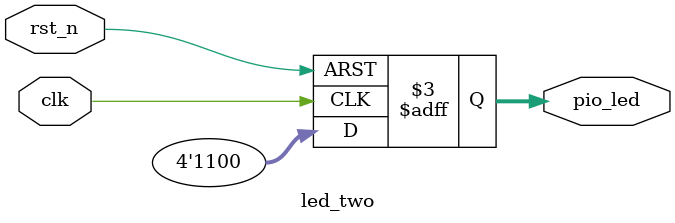
<source format=v>
module led_two(clk, rst_n, pio_led);

	input clk, rst_n;
	
	output reg [3:0] pio_led;

	always @ (posedge clk or negedge rst_n)
		begin
			if (!rst_n)
				begin
					pio_led <= 4'b1111;
				end
			else
				pio_led <= 4'b1100;
		end	

endmodule

</source>
